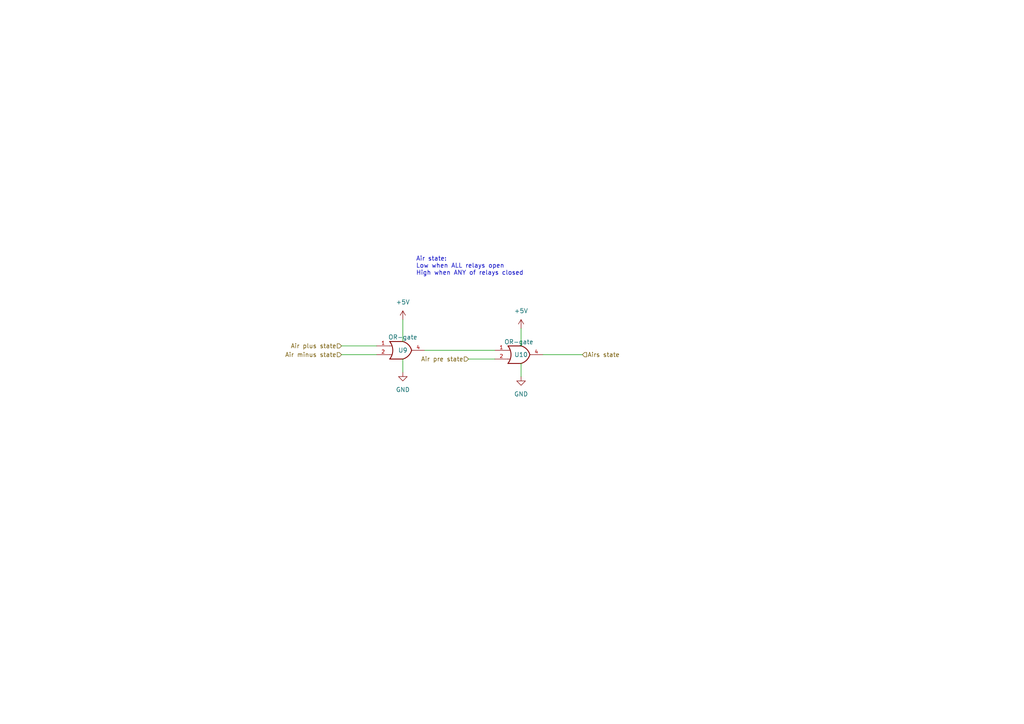
<source format=kicad_sch>
(kicad_sch (version 20211123) (generator eeschema)

  (uuid 6c265204-73ce-4f76-88e4-8501f29e9f88)

  (paper "A4")

  (title_block
    (title "AMS Master by Jakub Sułek")
    (date "2023-01-11")
    (rev "1")
  )

  (lib_symbols
    (symbol "74xGxx:74AHC1G32" (pin_names (offset 1.016)) (in_bom yes) (on_board yes)
      (property "Reference" "U" (id 0) (at -2.54 3.81 0)
        (effects (font (size 1.27 1.27)))
      )
      (property "Value" "74AHC1G32" (id 1) (at 0 -3.81 0)
        (effects (font (size 1.27 1.27)))
      )
      (property "Footprint" "" (id 2) (at 0 0 0)
        (effects (font (size 1.27 1.27)) hide)
      )
      (property "Datasheet" "http://www.ti.com/lit/sg/scyt129e/scyt129e.pdf" (id 3) (at 0 0 0)
        (effects (font (size 1.27 1.27)) hide)
      )
      (property "ki_keywords" "Single Gate OR LVC CMOS" (id 4) (at 0 0 0)
        (effects (font (size 1.27 1.27)) hide)
      )
      (property "ki_description" "Single OR Gate, Low-Voltage CMOS" (id 5) (at 0 0 0)
        (effects (font (size 1.27 1.27)) hide)
      )
      (property "ki_fp_filters" "SOT* SG-*" (id 6) (at 0 0 0)
        (effects (font (size 1.27 1.27)) hide)
      )
      (symbol "74AHC1G32_0_1"
        (arc (start -3.81 -2.54) (mid -2.919 0) (end -3.81 2.54)
          (stroke (width 0.254) (type default) (color 0 0 0 0))
          (fill (type none))
        )
        (arc (start 0 -2.54) (mid 1.5993 -1.6027) (end 2.54 0)
          (stroke (width 0.254) (type default) (color 0 0 0 0))
          (fill (type none))
        )
        (polyline
          (pts
            (xy -3.81 -1.27)
            (xy -3.175 -1.27)
          )
          (stroke (width 0) (type default) (color 0 0 0 0))
          (fill (type none))
        )
        (polyline
          (pts
            (xy -3.81 1.27)
            (xy -3.175 1.27)
          )
          (stroke (width 0) (type default) (color 0 0 0 0))
          (fill (type none))
        )
        (polyline
          (pts
            (xy 0 -2.54)
            (xy -3.81 -2.54)
          )
          (stroke (width 0.254) (type default) (color 0 0 0 0))
          (fill (type background))
        )
        (polyline
          (pts
            (xy 0 2.54)
            (xy -3.81 2.54)
          )
          (stroke (width 0.254) (type default) (color 0 0 0 0))
          (fill (type background))
        )
        (arc (start 2.54 0) (mid 1.6119 1.6152) (end 0 2.54)
          (stroke (width 0.254) (type default) (color 0 0 0 0))
          (fill (type none))
        )
      )
      (symbol "74AHC1G32_1_1"
        (pin input line (at -7.62 1.27 0) (length 3.81)
          (name "~" (effects (font (size 1.016 1.016))))
          (number "1" (effects (font (size 1.016 1.016))))
        )
        (pin input line (at -7.62 -1.27 0) (length 3.81)
          (name "~" (effects (font (size 1.016 1.016))))
          (number "2" (effects (font (size 1.016 1.016))))
        )
        (pin power_in line (at 0 -2.54 270) (length 0) hide
          (name "GND" (effects (font (size 1.016 1.016))))
          (number "3" (effects (font (size 1.016 1.016))))
        )
        (pin output line (at 6.35 0 180) (length 3.81)
          (name "~" (effects (font (size 1.016 1.016))))
          (number "4" (effects (font (size 1.016 1.016))))
        )
        (pin power_in line (at 0 2.54 90) (length 0) hide
          (name "VCC" (effects (font (size 1.016 1.016))))
          (number "5" (effects (font (size 1.016 1.016))))
        )
      )
    )
    (symbol "power:+5V" (power) (pin_names (offset 0)) (in_bom yes) (on_board yes)
      (property "Reference" "#PWR" (id 0) (at 0 -3.81 0)
        (effects (font (size 1.27 1.27)) hide)
      )
      (property "Value" "+5V" (id 1) (at 0 3.556 0)
        (effects (font (size 1.27 1.27)))
      )
      (property "Footprint" "" (id 2) (at 0 0 0)
        (effects (font (size 1.27 1.27)) hide)
      )
      (property "Datasheet" "" (id 3) (at 0 0 0)
        (effects (font (size 1.27 1.27)) hide)
      )
      (property "ki_keywords" "power-flag" (id 4) (at 0 0 0)
        (effects (font (size 1.27 1.27)) hide)
      )
      (property "ki_description" "Power symbol creates a global label with name \"+5V\"" (id 5) (at 0 0 0)
        (effects (font (size 1.27 1.27)) hide)
      )
      (symbol "+5V_0_1"
        (polyline
          (pts
            (xy -0.762 1.27)
            (xy 0 2.54)
          )
          (stroke (width 0) (type default) (color 0 0 0 0))
          (fill (type none))
        )
        (polyline
          (pts
            (xy 0 0)
            (xy 0 2.54)
          )
          (stroke (width 0) (type default) (color 0 0 0 0))
          (fill (type none))
        )
        (polyline
          (pts
            (xy 0 2.54)
            (xy 0.762 1.27)
          )
          (stroke (width 0) (type default) (color 0 0 0 0))
          (fill (type none))
        )
      )
      (symbol "+5V_1_1"
        (pin power_in line (at 0 0 90) (length 0) hide
          (name "+5V" (effects (font (size 1.27 1.27))))
          (number "1" (effects (font (size 1.27 1.27))))
        )
      )
    )
    (symbol "power:GND" (power) (pin_names (offset 0)) (in_bom yes) (on_board yes)
      (property "Reference" "#PWR" (id 0) (at 0 -6.35 0)
        (effects (font (size 1.27 1.27)) hide)
      )
      (property "Value" "GND" (id 1) (at 0 -3.81 0)
        (effects (font (size 1.27 1.27)))
      )
      (property "Footprint" "" (id 2) (at 0 0 0)
        (effects (font (size 1.27 1.27)) hide)
      )
      (property "Datasheet" "" (id 3) (at 0 0 0)
        (effects (font (size 1.27 1.27)) hide)
      )
      (property "ki_keywords" "power-flag" (id 4) (at 0 0 0)
        (effects (font (size 1.27 1.27)) hide)
      )
      (property "ki_description" "Power symbol creates a global label with name \"GND\" , ground" (id 5) (at 0 0 0)
        (effects (font (size 1.27 1.27)) hide)
      )
      (symbol "GND_0_1"
        (polyline
          (pts
            (xy 0 0)
            (xy 0 -1.27)
            (xy 1.27 -1.27)
            (xy 0 -2.54)
            (xy -1.27 -1.27)
            (xy 0 -1.27)
          )
          (stroke (width 0) (type default) (color 0 0 0 0))
          (fill (type none))
        )
      )
      (symbol "GND_1_1"
        (pin power_in line (at 0 0 270) (length 0) hide
          (name "GND" (effects (font (size 1.27 1.27))))
          (number "1" (effects (font (size 1.27 1.27))))
        )
      )
    )
  )


  (wire (pts (xy 116.84 92.71) (xy 116.84 99.06))
    (stroke (width 0) (type default) (color 0 0 0 0))
    (uuid 039e8827-877f-48e7-a461-2fa1d08335ef)
  )
  (wire (pts (xy 151.13 105.41) (xy 151.13 109.22))
    (stroke (width 0) (type default) (color 0 0 0 0))
    (uuid 4b56d950-a815-4981-95ca-99b8e657902f)
  )
  (wire (pts (xy 151.13 95.25) (xy 151.13 100.33))
    (stroke (width 0) (type default) (color 0 0 0 0))
    (uuid 4c2d3d89-6062-4ca4-b166-0732079cb28a)
  )
  (wire (pts (xy 116.84 104.14) (xy 116.84 107.95))
    (stroke (width 0) (type default) (color 0 0 0 0))
    (uuid aa6894af-ab5c-4b1a-a017-307a291a74ea)
  )
  (wire (pts (xy 123.19 101.6) (xy 143.51 101.6))
    (stroke (width 0) (type default) (color 0 0 0 0))
    (uuid b13b67c4-9b64-42fb-bde2-fb0d71677397)
  )
  (wire (pts (xy 99.06 100.33) (xy 109.22 100.33))
    (stroke (width 0) (type default) (color 0 0 0 0))
    (uuid b7164668-94fd-477d-bd40-4b217b2ab7e3)
  )
  (wire (pts (xy 157.48 102.87) (xy 168.91 102.87))
    (stroke (width 0) (type default) (color 0 0 0 0))
    (uuid d1faea3a-aa7d-4c25-8e71-d904efe36605)
  )
  (wire (pts (xy 135.89 104.14) (xy 143.51 104.14))
    (stroke (width 0) (type default) (color 0 0 0 0))
    (uuid eab36233-ed4d-443e-a089-a841e86f986c)
  )
  (wire (pts (xy 99.06 102.87) (xy 109.22 102.87))
    (stroke (width 0) (type default) (color 0 0 0 0))
    (uuid ec26e3cd-7173-420d-bb36-c0d98c8af90a)
  )

  (text "Air state:\nLow when ALL relays open\nHigh when ANY of relays closed"
    (at 120.65 80.01 0)
    (effects (font (size 1.27 1.27)) (justify left bottom))
    (uuid 756a0cf7-43bd-4b28-9dad-175f0fe33b6e)
  )

  (hierarchical_label "Airs state" (shape input) (at 168.91 102.87 0)
    (effects (font (size 1.27 1.27)) (justify left))
    (uuid 017fc53c-f0b8-4f4b-971e-8b9c6cb63ec2)
  )
  (hierarchical_label "Air pre state" (shape input) (at 135.89 104.14 180)
    (effects (font (size 1.27 1.27)) (justify right))
    (uuid 4bcba21a-a098-4d30-a8e6-a2d883d17379)
  )
  (hierarchical_label "Air plus state" (shape input) (at 99.06 100.33 180)
    (effects (font (size 1.27 1.27)) (justify right))
    (uuid 83600e58-5ba1-4204-bb40-f220febc52cf)
  )
  (hierarchical_label "Air minus state" (shape input) (at 99.06 102.87 180)
    (effects (font (size 1.27 1.27)) (justify right))
    (uuid e0ded94f-af20-410b-9a56-dbdf9cb2108e)
  )

  (symbol (lib_id "power:GND") (at 151.13 109.22 0) (unit 1)
    (in_bom yes) (on_board yes) (fields_autoplaced)
    (uuid 0cc1f657-c278-42d5-8a0f-998114a45533)
    (property "Reference" "#PWR079" (id 0) (at 151.13 115.57 0)
      (effects (font (size 1.27 1.27)) hide)
    )
    (property "Value" "GND" (id 1) (at 151.13 114.3 0))
    (property "Footprint" "" (id 2) (at 151.13 109.22 0)
      (effects (font (size 1.27 1.27)) hide)
    )
    (property "Datasheet" "" (id 3) (at 151.13 109.22 0)
      (effects (font (size 1.27 1.27)) hide)
    )
    (pin "1" (uuid ee2668be-5323-4b92-8762-e932d182b5f5))
  )

  (symbol (lib_id "power:+5V") (at 116.84 92.71 0) (unit 1)
    (in_bom yes) (on_board yes) (fields_autoplaced)
    (uuid 3cefa79e-a218-4015-be30-d320ff28d956)
    (property "Reference" "#PWR076" (id 0) (at 116.84 96.52 0)
      (effects (font (size 1.27 1.27)) hide)
    )
    (property "Value" "+5V" (id 1) (at 116.84 87.63 0))
    (property "Footprint" "" (id 2) (at 116.84 92.71 0)
      (effects (font (size 1.27 1.27)) hide)
    )
    (property "Datasheet" "" (id 3) (at 116.84 92.71 0)
      (effects (font (size 1.27 1.27)) hide)
    )
    (pin "1" (uuid 93588d11-2a63-44a5-bd42-07090152f092))
  )

  (symbol (lib_id "74xGxx:74AHC1G32") (at 116.84 101.6 0) (unit 1)
    (in_bom yes) (on_board yes)
    (uuid 5745ef20-d8c9-4e56-b67e-5602e17e8884)
    (property "Reference" "U9" (id 0) (at 116.84 101.6 0))
    (property "Value" "OR-gate" (id 1) (at 116.84 97.79 0))
    (property "Footprint" "general:SOT-753" (id 2) (at 116.84 101.6 0)
      (effects (font (size 1.27 1.27)) hide)
    )
    (property "Datasheet" "" (id 3) (at 116.84 101.6 0)
      (effects (font (size 1.27 1.27)) hide)
    )
    (pin "1" (uuid 19b63968-e79b-405e-99b2-f87a304ad1f3))
    (pin "2" (uuid bdb11d84-23bf-4c45-8b5f-0b6fc5b61b8f))
    (pin "3" (uuid b51a0535-e02b-4254-bf6b-aa90966a1e1b))
    (pin "4" (uuid a2dc72b2-5bba-461c-9755-0e56d6892152))
    (pin "5" (uuid 85f3bbf9-1fde-45ac-9a7d-c935547d13ab))
  )

  (symbol (lib_id "power:+5V") (at 151.13 95.25 0) (unit 1)
    (in_bom yes) (on_board yes) (fields_autoplaced)
    (uuid 70ad692b-b80a-4df0-a676-49bce03b72c5)
    (property "Reference" "#PWR078" (id 0) (at 151.13 99.06 0)
      (effects (font (size 1.27 1.27)) hide)
    )
    (property "Value" "+5V" (id 1) (at 151.13 90.17 0))
    (property "Footprint" "" (id 2) (at 151.13 95.25 0)
      (effects (font (size 1.27 1.27)) hide)
    )
    (property "Datasheet" "" (id 3) (at 151.13 95.25 0)
      (effects (font (size 1.27 1.27)) hide)
    )
    (pin "1" (uuid 81f5b4ab-bb96-42ff-88a7-dce00d4e560f))
  )

  (symbol (lib_id "74xGxx:74AHC1G32") (at 151.13 102.87 0) (unit 1)
    (in_bom yes) (on_board yes)
    (uuid b15c18a3-c151-49f1-a3ce-098c195861cb)
    (property "Reference" "U10" (id 0) (at 151.13 102.87 0))
    (property "Value" "OR-gate" (id 1) (at 150.495 99.1671 0))
    (property "Footprint" "general:SOT-753" (id 2) (at 151.13 102.87 0)
      (effects (font (size 1.27 1.27)) hide)
    )
    (property "Datasheet" "" (id 3) (at 151.13 102.87 0)
      (effects (font (size 1.27 1.27)) hide)
    )
    (pin "1" (uuid 23cb1e78-37c9-4fb1-90c4-737314ffac47))
    (pin "2" (uuid f6a4d71c-91ef-4f65-be46-a14e1b9b4514))
    (pin "3" (uuid b48a109a-3092-4bf0-aa8e-2ef3dce53125))
    (pin "4" (uuid 3a1c42f7-01e5-487c-9a89-8beaa2b73bf1))
    (pin "5" (uuid ced90812-354d-4be7-a3ff-466e32355b0e))
  )

  (symbol (lib_id "power:GND") (at 116.84 107.95 0) (unit 1)
    (in_bom yes) (on_board yes) (fields_autoplaced)
    (uuid f9a17135-40d6-4194-81ca-a8fdb3a8f851)
    (property "Reference" "#PWR077" (id 0) (at 116.84 114.3 0)
      (effects (font (size 1.27 1.27)) hide)
    )
    (property "Value" "GND" (id 1) (at 116.84 113.03 0))
    (property "Footprint" "" (id 2) (at 116.84 107.95 0)
      (effects (font (size 1.27 1.27)) hide)
    )
    (property "Datasheet" "" (id 3) (at 116.84 107.95 0)
      (effects (font (size 1.27 1.27)) hide)
    )
    (pin "1" (uuid 29308a64-9287-48ef-86ce-bb4c3538a879))
  )
)

</source>
